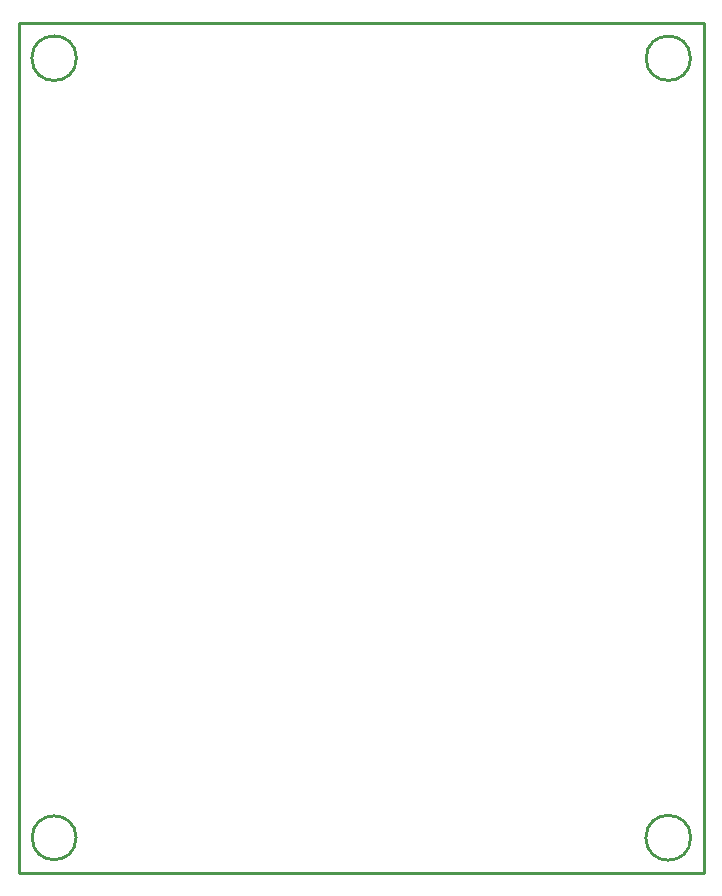
<source format=gko>
G04*
G04 #@! TF.GenerationSoftware,Altium Limited,Altium Designer,22.1.2 (22)*
G04*
G04 Layer_Color=16711935*
%FSLAX42Y42*%
%MOMM*%
G71*
G04*
G04 #@! TF.SameCoordinates,23907D2E-29D7-4CCE-8F28-E5BF17EBFAB5*
G04*
G04*
G04 #@! TF.FilePolarity,Positive*
G04*
G01*
G75*
%ADD10C,0.25*%
D10*
X486Y300D02*
G03*
X486Y300I-186J0D01*
G01*
X489Y6900D02*
G03*
X489Y6900I-189J0D01*
G01*
X5688D02*
G03*
X5688Y6900I-188J0D01*
G01*
X5690Y300D02*
G03*
X5690Y300I-190J0D01*
G01*
X0Y7200D02*
X5800D01*
Y0D02*
Y7200D01*
X0Y0D02*
X5800D01*
X0D02*
Y7200D01*
M02*

</source>
